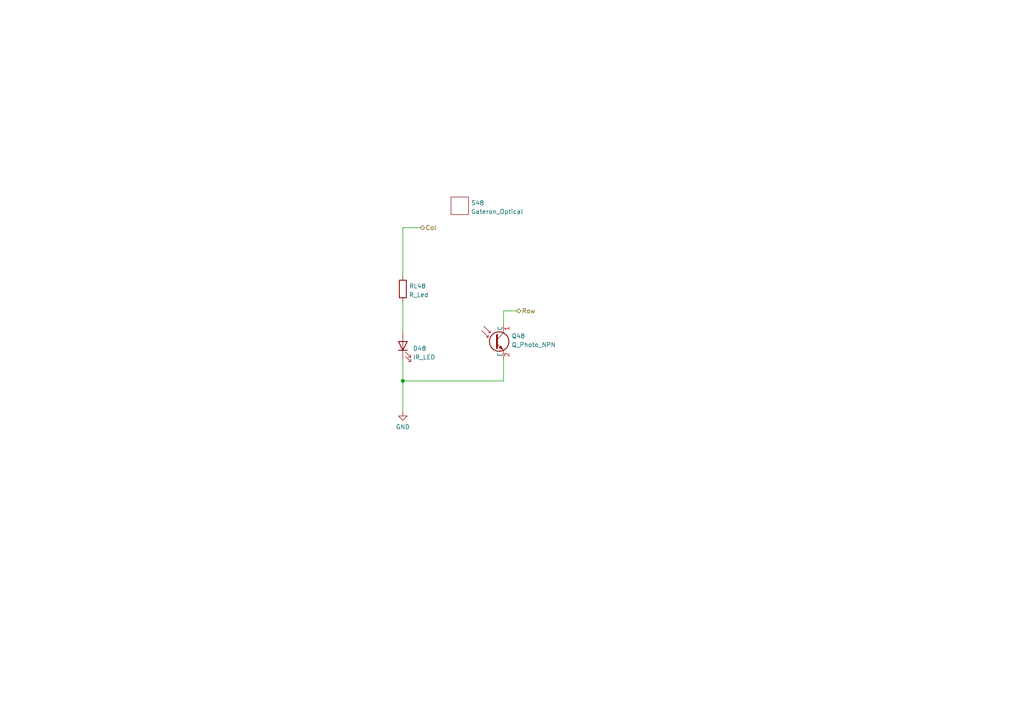
<source format=kicad_sch>
(kicad_sch (version 20211123) (generator eeschema)
  (paper "A4")
  (lib_symbols
    (symbol "OpticalParts:Gateron_Optical"
      (property "Reference" "S" (at 0 3.81 0))
      (property "Value" "Gateron_Optical" (at 0 -3.81 0))
      (symbol "Gateron_Optical_0_1"
        (rectangle (start -2.54 2.54) (end 2.54 -2.54) (stroke (width 0.1524)))
      )
    )
    (symbol "OpticalParts:IR_LED" (pin_numbers hide) (pin_names (offset 1.016) hide)
      (property "Reference" "D" (at 0 2.54 0))
      (property "Value" "IR_LED" (at 0 -3.81 0))
      (symbol "IR_LED_0_1"
        (polyline (pts (xy -1.27 -1.27) (xy -1.27 1.27)) (stroke (width 0.254)))
        (polyline (pts (xy -1.27 0) (xy 1.27 0)))
        (polyline (pts (xy 1.27 -1.27) (xy 1.27 1.27) (xy -1.27 0) (xy 1.27 -1.27)) (stroke (width 0.254)))
        (polyline (pts (xy -3.048 -0.762) (xy -4.572 -2.286) (xy -3.81 -2.286) (xy -4.572 -2.286) (xy -4.572 -1.524)))
        (polyline (pts (xy -1.778 -0.762) (xy -3.302 -2.286) (xy -2.54 -2.286) (xy -3.302 -2.286) (xy -3.302 -1.524)))
      )
      (symbol "IR_LED_1_1"
        (pin passive line (at -3.81 0 0) (length 2.54) (name "K") (number "1"))
        (pin passive line (at 3.81 0 180) (length 2.54) (name "A") (number "2"))
      )
    )
    (symbol "OpticalParts:Q_Photo_NPN" (pin_names (offset 0))
      (property "Reference" "Q" (at 5.08 1.27 0))
      (property "Value" "Q_Photo_NPN" (at 5.08 -1.27 0))
      (symbol "Q_Photo_NPN_0_1"
        (polyline (pts (xy -1.905 1.27) (xy -2.54 1.27)))
        (polyline (pts (xy -1.27 2.54) (xy -1.905 2.54)))
        (polyline (pts (xy 0.635 0.635) (xy 2.54 2.54)))
        (polyline (pts (xy -3.81 3.175) (xy -1.905 1.27) (xy -1.905 1.905)))
        (polyline (pts (xy -3.175 4.445) (xy -1.27 2.54) (xy -1.27 3.175)))
        (polyline (pts (xy 0.635 -0.635) (xy 2.54 -2.54) (xy 2.54 -2.54)))
        (polyline (pts (xy 0.635 1.905) (xy 0.635 -1.905) (xy 0.635 -1.905)) (stroke (width 0.508)))
        (polyline (pts (xy 1.27 -1.778) (xy 1.778 -1.27) (xy 2.286 -2.286) (xy 1.27 -1.778) (xy 1.27 -1.778)) (fill (type outline)))
        (circle (center 1.27 0) (radius 2.8194) (stroke (width 0.254)))
      )
      (symbol "Q_Photo_NPN_1_1"
        (pin passive line (at 2.54 5.08 270) (length 2.54) (name "C") (number "1"))
        (pin passive line (at 2.54 -5.08 90) (length 2.54) (name "E") (number "2"))
      )
    )
    (symbol "OpticalParts:R_Led" (pin_numbers hide) (pin_names (offset 0))
      (property "Reference" "RL" (at 1.27 1.27 0))
      (property "Value" "R_Led" (at 1.27 0 0))
      (symbol "R_Led_0_1"
        (rectangle (start -1.016 2.54) (end 1.016 -2.54) (stroke (width 0.254)))
      )
      (symbol "R_Led_1_1"
        (pin passive line (at 0 3.81 270) (length 1.27) (name "~") (number "1"))
        (pin passive line (at 0 -3.81 90) (length 1.27) (name "~") (number "2"))
      )
    )
    (symbol "power:GND" (power) (pin_names (offset 0))
      (property "Value" "GND" (at 0 -3.81 0))
      (symbol "GND_0_1"
        (polyline (pts (xy 0 0) (xy 0 -1.27) (xy 1.27 -1.27) (xy 0 -2.54) (xy -1.27 -1.27) (xy 0 -1.27)))
      )
      (symbol "GND_1_1"
        (pin power_in line (at 0 0 270) (length 0) hide (name "GND") (number "1"))
      )
    )
  )
  (junction (at 116.84 110.49))
  (wire (pts (xy 146.05 104.14) (xy 146.05 110.49)))
  (wire (pts (xy 146.05 110.49) (xy 116.84 110.49)))
  (wire (pts (xy 116.84 66.04) (xy 116.84 80.01)))
  (wire (pts (xy 146.05 90.17) (xy 149.86 90.17)))
  (wire (pts (xy 116.84 110.49) (xy 116.84 104.14)))
  (wire (pts (xy 116.84 66.04) (xy 121.92 66.04)))
  (wire (pts (xy 146.05 90.17) (xy 146.05 93.98)))
  (wire (pts (xy 116.84 87.63) (xy 116.84 96.52)))
  (wire (pts (xy 116.84 110.49) (xy 116.84 119.38)))
  (hierarchical_label "Col" (shape bidirectional) (at 121.92 66.04 0))
  (hierarchical_label "Row" (shape bidirectional) (at 149.86 90.17 0))
  (symbol (lib_id "OpticalParts:IR_LED") (at 116.84 100.33 90)
    (property "Reference" "D48" (at 119.761 101.0828 90) (effects (justify right)))
    (property "Value" "IR_LED" (at 119.761 103.6197 90) (effects (justify right)))
    (property "Footprint" "OpticalParts:Everlight_IR_IR12-21C_TR8" (effects hide))
    (property "JLC" "SMD_1.0x3.0x2.0" (effects hide))
    (property "LCSC" "C53672" (effects hide))
  )
  (symbol (lib_id "OpticalParts:Q_Photo_NPN") (at 143.51 99.06 0)
    (property "Reference" "Q48" (at 148.3614 97.476 0) (effects (justify left)))
    (property "Value" "Q_Photo_NPN" (at 148.3614 100.0129 0) (effects (justify left)))
    (property "Footprint" "OpticalParts:Everlight_PT_PT12-21C_TR8" (effects hide))
    (property "JLC" "SMD_1.0x3.0x2.0" (effects hide))
    (property "LCSC" "C264383" (effects hide))
  )
  (symbol (lib_id "OpticalParts:Gateron_Optical") (at 133.35 59.69 0)
    (property "Reference" "S48" (at 136.6012 58.8553 0) (effects (justify left)))
    (property "Value" "Gateron_Optical" (at 136.6012 61.3922 0) (effects (justify left)))
    (property "Footprint" "OpticalParts:Gateron_Switch_Basic" (effects hide))
  )
  (symbol (lib_id "OpticalParts:R_Led") (at 116.84 83.82 0)
    (property "Reference" "RL48" (at 118.618 82.9853 0) (effects (justify left)))
    (property "Value" "R_Led" (at 118.618 85.5222 0) (effects (justify left)))
    (property "Footprint" "Resistor_SMD:R_0603_1608Metric" (effects hide))
    (property "JLC" "0603-1608" (effects hide))
    (property "LCSC" "C4190" (effects hide))
  )
  (symbol (lib_id "power:GND") (at 116.84 119.38 0)
    (property "Reference" "#PWR078" (effects hide))
    (property "Value" "GND" (at 116.84 123.8234 0))
  )
)
</source>
